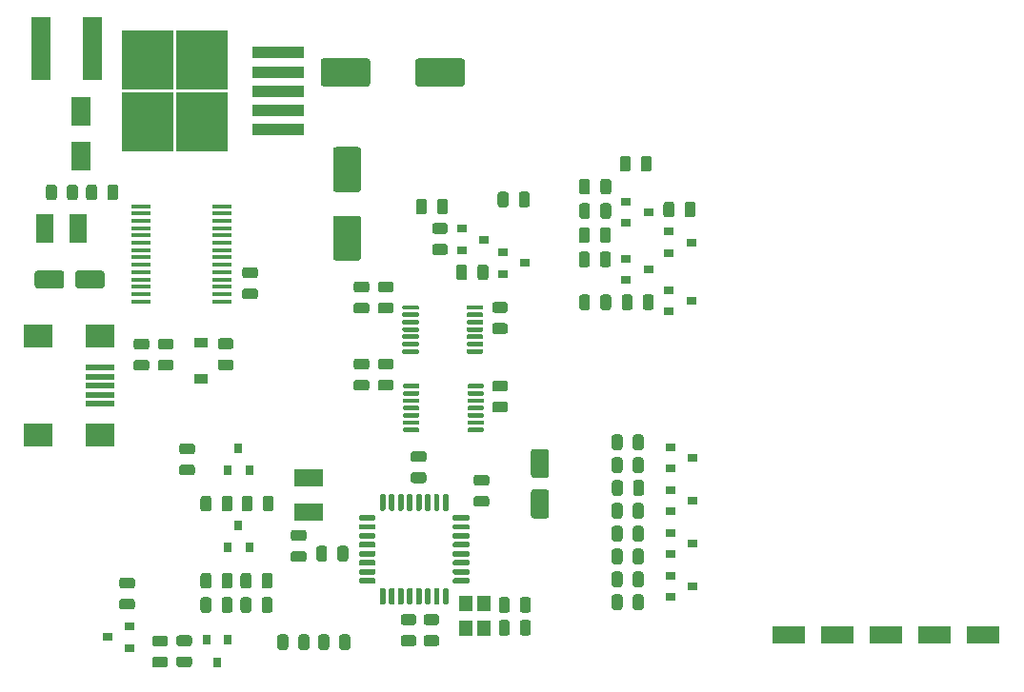
<source format=gbr>
%TF.GenerationSoftware,KiCad,Pcbnew,(5.1.6)-1*%
%TF.CreationDate,2021-03-15T19:33:02-07:00*%
%TF.ProjectId,DJetECUTester,444a6574-4543-4555-9465-737465722e6b,rev?*%
%TF.SameCoordinates,Original*%
%TF.FileFunction,Paste,Top*%
%TF.FilePolarity,Positive*%
%FSLAX46Y46*%
G04 Gerber Fmt 4.6, Leading zero omitted, Abs format (unit mm)*
G04 Created by KiCad (PCBNEW (5.1.6)-1) date 2021-03-15 19:33:02*
%MOMM*%
%LPD*%
G01*
G04 APERTURE LIST*
%ADD10R,3.000000X1.500000*%
%ADD11R,1.200000X1.400000*%
%ADD12R,0.800000X0.900000*%
%ADD13R,0.900000X0.800000*%
%ADD14R,2.600000X1.500000*%
%ADD15R,1.800000X2.500000*%
%ADD16R,1.500000X2.600000*%
%ADD17R,1.220000X0.910000*%
%ADD18R,2.500000X2.000000*%
%ADD19R,2.500000X0.500000*%
%ADD20R,1.800000X5.700000*%
%ADD21R,4.600000X1.100000*%
%ADD22R,4.550000X5.250000*%
%ADD23R,1.750000X0.450000*%
G04 APERTURE END LIST*
D10*
%TO.C,TP8*%
X257175000Y-122682000D03*
%TD*%
D11*
%TO.C,Y1*%
X217119000Y-119888000D03*
X217119000Y-122088000D03*
X215519000Y-119888000D03*
X215519000Y-122088000D03*
%TD*%
%TO.C,R37*%
G36*
G01*
X190297750Y-107511000D02*
X191210250Y-107511000D01*
G75*
G02*
X191454000Y-107754750I0J-243750D01*
G01*
X191454000Y-108242250D01*
G75*
G02*
X191210250Y-108486000I-243750J0D01*
G01*
X190297750Y-108486000D01*
G75*
G02*
X190054000Y-108242250I0J243750D01*
G01*
X190054000Y-107754750D01*
G75*
G02*
X190297750Y-107511000I243750J0D01*
G01*
G37*
G36*
G01*
X190297750Y-105636000D02*
X191210250Y-105636000D01*
G75*
G02*
X191454000Y-105879750I0J-243750D01*
G01*
X191454000Y-106367250D01*
G75*
G02*
X191210250Y-106611000I-243750J0D01*
G01*
X190297750Y-106611000D01*
G75*
G02*
X190054000Y-106367250I0J243750D01*
G01*
X190054000Y-105879750D01*
G75*
G02*
X190297750Y-105636000I243750J0D01*
G01*
G37*
%TD*%
%TO.C,R36*%
G36*
G01*
X185876250Y-118549000D02*
X184963750Y-118549000D01*
G75*
G02*
X184720000Y-118305250I0J243750D01*
G01*
X184720000Y-117817750D01*
G75*
G02*
X184963750Y-117574000I243750J0D01*
G01*
X185876250Y-117574000D01*
G75*
G02*
X186120000Y-117817750I0J-243750D01*
G01*
X186120000Y-118305250D01*
G75*
G02*
X185876250Y-118549000I-243750J0D01*
G01*
G37*
G36*
G01*
X185876250Y-120424000D02*
X184963750Y-120424000D01*
G75*
G02*
X184720000Y-120180250I0J243750D01*
G01*
X184720000Y-119692750D01*
G75*
G02*
X184963750Y-119449000I243750J0D01*
G01*
X185876250Y-119449000D01*
G75*
G02*
X186120000Y-119692750I0J-243750D01*
G01*
X186120000Y-120180250D01*
G75*
G02*
X185876250Y-120424000I-243750J0D01*
G01*
G37*
%TD*%
%TO.C,R32*%
G36*
G01*
X193822500Y-111454250D02*
X193822500Y-110541750D01*
G75*
G02*
X194066250Y-110298000I243750J0D01*
G01*
X194553750Y-110298000D01*
G75*
G02*
X194797500Y-110541750I0J-243750D01*
G01*
X194797500Y-111454250D01*
G75*
G02*
X194553750Y-111698000I-243750J0D01*
G01*
X194066250Y-111698000D01*
G75*
G02*
X193822500Y-111454250I0J243750D01*
G01*
G37*
G36*
G01*
X191947500Y-111454250D02*
X191947500Y-110541750D01*
G75*
G02*
X192191250Y-110298000I243750J0D01*
G01*
X192678750Y-110298000D01*
G75*
G02*
X192922500Y-110541750I0J-243750D01*
G01*
X192922500Y-111454250D01*
G75*
G02*
X192678750Y-111698000I-243750J0D01*
G01*
X192191250Y-111698000D01*
G75*
G02*
X191947500Y-111454250I0J243750D01*
G01*
G37*
%TD*%
%TO.C,R31*%
G36*
G01*
X187884750Y-124607500D02*
X188797250Y-124607500D01*
G75*
G02*
X189041000Y-124851250I0J-243750D01*
G01*
X189041000Y-125338750D01*
G75*
G02*
X188797250Y-125582500I-243750J0D01*
G01*
X187884750Y-125582500D01*
G75*
G02*
X187641000Y-125338750I0J243750D01*
G01*
X187641000Y-124851250D01*
G75*
G02*
X187884750Y-124607500I243750J0D01*
G01*
G37*
G36*
G01*
X187884750Y-122732500D02*
X188797250Y-122732500D01*
G75*
G02*
X189041000Y-122976250I0J-243750D01*
G01*
X189041000Y-123463750D01*
G75*
G02*
X188797250Y-123707500I-243750J0D01*
G01*
X187884750Y-123707500D01*
G75*
G02*
X187641000Y-123463750I0J243750D01*
G01*
X187641000Y-122976250D01*
G75*
G02*
X187884750Y-122732500I243750J0D01*
G01*
G37*
%TD*%
%TO.C,R30*%
G36*
G01*
X196575500Y-110541750D02*
X196575500Y-111454250D01*
G75*
G02*
X196331750Y-111698000I-243750J0D01*
G01*
X195844250Y-111698000D01*
G75*
G02*
X195600500Y-111454250I0J243750D01*
G01*
X195600500Y-110541750D01*
G75*
G02*
X195844250Y-110298000I243750J0D01*
G01*
X196331750Y-110298000D01*
G75*
G02*
X196575500Y-110541750I0J-243750D01*
G01*
G37*
G36*
G01*
X198450500Y-110541750D02*
X198450500Y-111454250D01*
G75*
G02*
X198206750Y-111698000I-243750J0D01*
G01*
X197719250Y-111698000D01*
G75*
G02*
X197475500Y-111454250I0J243750D01*
G01*
X197475500Y-110541750D01*
G75*
G02*
X197719250Y-110298000I243750J0D01*
G01*
X198206750Y-110298000D01*
G75*
G02*
X198450500Y-110541750I0J-243750D01*
G01*
G37*
%TD*%
%TO.C,R29*%
G36*
G01*
X190043750Y-124577500D02*
X190956250Y-124577500D01*
G75*
G02*
X191200000Y-124821250I0J-243750D01*
G01*
X191200000Y-125308750D01*
G75*
G02*
X190956250Y-125552500I-243750J0D01*
G01*
X190043750Y-125552500D01*
G75*
G02*
X189800000Y-125308750I0J243750D01*
G01*
X189800000Y-124821250D01*
G75*
G02*
X190043750Y-124577500I243750J0D01*
G01*
G37*
G36*
G01*
X190043750Y-122702500D02*
X190956250Y-122702500D01*
G75*
G02*
X191200000Y-122946250I0J-243750D01*
G01*
X191200000Y-123433750D01*
G75*
G02*
X190956250Y-123677500I-243750J0D01*
G01*
X190043750Y-123677500D01*
G75*
G02*
X189800000Y-123433750I0J243750D01*
G01*
X189800000Y-122946250D01*
G75*
G02*
X190043750Y-122702500I243750J0D01*
G01*
G37*
%TD*%
D12*
%TO.C,Q14*%
X195326000Y-106061000D03*
X196276000Y-108061000D03*
X194376000Y-108061000D03*
%TD*%
D13*
%TO.C,Q13*%
X183674000Y-122870000D03*
X185674000Y-121920000D03*
X185674000Y-123820000D03*
%TD*%
%TO.C,C1*%
G36*
G01*
X222673000Y-108720000D02*
X221573000Y-108720000D01*
G75*
G02*
X221323000Y-108470000I0J250000D01*
G01*
X221323000Y-106370000D01*
G75*
G02*
X221573000Y-106120000I250000J0D01*
G01*
X222673000Y-106120000D01*
G75*
G02*
X222923000Y-106370000I0J-250000D01*
G01*
X222923000Y-108470000D01*
G75*
G02*
X222673000Y-108720000I-250000J0D01*
G01*
G37*
G36*
G01*
X222673000Y-112320000D02*
X221573000Y-112320000D01*
G75*
G02*
X221323000Y-112070000I0J250000D01*
G01*
X221323000Y-109970000D01*
G75*
G02*
X221573000Y-109720000I250000J0D01*
G01*
X222673000Y-109720000D01*
G75*
G02*
X222923000Y-109970000I0J-250000D01*
G01*
X222923000Y-112070000D01*
G75*
G02*
X222673000Y-112320000I-250000J0D01*
G01*
G37*
%TD*%
%TO.C,C2*%
G36*
G01*
X211784250Y-109169500D02*
X210871750Y-109169500D01*
G75*
G02*
X210628000Y-108925750I0J243750D01*
G01*
X210628000Y-108438250D01*
G75*
G02*
X210871750Y-108194500I243750J0D01*
G01*
X211784250Y-108194500D01*
G75*
G02*
X212028000Y-108438250I0J-243750D01*
G01*
X212028000Y-108925750D01*
G75*
G02*
X211784250Y-109169500I-243750J0D01*
G01*
G37*
G36*
G01*
X211784250Y-107294500D02*
X210871750Y-107294500D01*
G75*
G02*
X210628000Y-107050750I0J243750D01*
G01*
X210628000Y-106563250D01*
G75*
G02*
X210871750Y-106319500I243750J0D01*
G01*
X211784250Y-106319500D01*
G75*
G02*
X212028000Y-106563250I0J-243750D01*
G01*
X212028000Y-107050750D01*
G75*
G02*
X211784250Y-107294500I-243750J0D01*
G01*
G37*
%TD*%
%TO.C,C3*%
G36*
G01*
X212014750Y-122702500D02*
X212927250Y-122702500D01*
G75*
G02*
X213171000Y-122946250I0J-243750D01*
G01*
X213171000Y-123433750D01*
G75*
G02*
X212927250Y-123677500I-243750J0D01*
G01*
X212014750Y-123677500D01*
G75*
G02*
X211771000Y-123433750I0J243750D01*
G01*
X211771000Y-122946250D01*
G75*
G02*
X212014750Y-122702500I243750J0D01*
G01*
G37*
G36*
G01*
X212014750Y-120827500D02*
X212927250Y-120827500D01*
G75*
G02*
X213171000Y-121071250I0J-243750D01*
G01*
X213171000Y-121558750D01*
G75*
G02*
X212927250Y-121802500I-243750J0D01*
G01*
X212014750Y-121802500D01*
G75*
G02*
X211771000Y-121558750I0J243750D01*
G01*
X211771000Y-121071250D01*
G75*
G02*
X212014750Y-120827500I243750J0D01*
G01*
G37*
%TD*%
%TO.C,C4*%
G36*
G01*
X218460500Y-120471250D02*
X218460500Y-119558750D01*
G75*
G02*
X218704250Y-119315000I243750J0D01*
G01*
X219191750Y-119315000D01*
G75*
G02*
X219435500Y-119558750I0J-243750D01*
G01*
X219435500Y-120471250D01*
G75*
G02*
X219191750Y-120715000I-243750J0D01*
G01*
X218704250Y-120715000D01*
G75*
G02*
X218460500Y-120471250I0J243750D01*
G01*
G37*
G36*
G01*
X220335500Y-120471250D02*
X220335500Y-119558750D01*
G75*
G02*
X220579250Y-119315000I243750J0D01*
G01*
X221066750Y-119315000D01*
G75*
G02*
X221310500Y-119558750I0J-243750D01*
G01*
X221310500Y-120471250D01*
G75*
G02*
X221066750Y-120715000I-243750J0D01*
G01*
X220579250Y-120715000D01*
G75*
G02*
X220335500Y-120471250I0J243750D01*
G01*
G37*
%TD*%
%TO.C,C5*%
G36*
G01*
X221310500Y-121590750D02*
X221310500Y-122503250D01*
G75*
G02*
X221066750Y-122747000I-243750J0D01*
G01*
X220579250Y-122747000D01*
G75*
G02*
X220335500Y-122503250I0J243750D01*
G01*
X220335500Y-121590750D01*
G75*
G02*
X220579250Y-121347000I243750J0D01*
G01*
X221066750Y-121347000D01*
G75*
G02*
X221310500Y-121590750I0J-243750D01*
G01*
G37*
G36*
G01*
X219435500Y-121590750D02*
X219435500Y-122503250D01*
G75*
G02*
X219191750Y-122747000I-243750J0D01*
G01*
X218704250Y-122747000D01*
G75*
G02*
X218460500Y-122503250I0J243750D01*
G01*
X218460500Y-121590750D01*
G75*
G02*
X218704250Y-121347000I243750J0D01*
G01*
X219191750Y-121347000D01*
G75*
G02*
X219435500Y-121590750I0J-243750D01*
G01*
G37*
%TD*%
%TO.C,C6*%
G36*
G01*
X209982750Y-122702500D02*
X210895250Y-122702500D01*
G75*
G02*
X211139000Y-122946250I0J-243750D01*
G01*
X211139000Y-123433750D01*
G75*
G02*
X210895250Y-123677500I-243750J0D01*
G01*
X209982750Y-123677500D01*
G75*
G02*
X209739000Y-123433750I0J243750D01*
G01*
X209739000Y-122946250D01*
G75*
G02*
X209982750Y-122702500I243750J0D01*
G01*
G37*
G36*
G01*
X209982750Y-120827500D02*
X210895250Y-120827500D01*
G75*
G02*
X211139000Y-121071250I0J-243750D01*
G01*
X211139000Y-121558750D01*
G75*
G02*
X210895250Y-121802500I-243750J0D01*
G01*
X209982750Y-121802500D01*
G75*
G02*
X209739000Y-121558750I0J243750D01*
G01*
X209739000Y-121071250D01*
G75*
G02*
X209982750Y-120827500I243750J0D01*
G01*
G37*
%TD*%
%TO.C,C7*%
G36*
G01*
X194639250Y-97261500D02*
X193726750Y-97261500D01*
G75*
G02*
X193483000Y-97017750I0J243750D01*
G01*
X193483000Y-96530250D01*
G75*
G02*
X193726750Y-96286500I243750J0D01*
G01*
X194639250Y-96286500D01*
G75*
G02*
X194883000Y-96530250I0J-243750D01*
G01*
X194883000Y-97017750D01*
G75*
G02*
X194639250Y-97261500I-243750J0D01*
G01*
G37*
G36*
G01*
X194639250Y-99136500D02*
X193726750Y-99136500D01*
G75*
G02*
X193483000Y-98892750I0J243750D01*
G01*
X193483000Y-98405250D01*
G75*
G02*
X193726750Y-98161500I243750J0D01*
G01*
X194639250Y-98161500D01*
G75*
G02*
X194883000Y-98405250I0J-243750D01*
G01*
X194883000Y-98892750D01*
G75*
G02*
X194639250Y-99136500I-243750J0D01*
G01*
G37*
%TD*%
%TO.C,C8*%
G36*
G01*
X215433000Y-71644000D02*
X215433000Y-73644000D01*
G75*
G02*
X215183000Y-73894000I-250000J0D01*
G01*
X211283000Y-73894000D01*
G75*
G02*
X211033000Y-73644000I0J250000D01*
G01*
X211033000Y-71644000D01*
G75*
G02*
X211283000Y-71394000I250000J0D01*
G01*
X215183000Y-71394000D01*
G75*
G02*
X215433000Y-71644000I0J-250000D01*
G01*
G37*
G36*
G01*
X207033000Y-71644000D02*
X207033000Y-73644000D01*
G75*
G02*
X206783000Y-73894000I-250000J0D01*
G01*
X202883000Y-73894000D01*
G75*
G02*
X202633000Y-73644000I0J250000D01*
G01*
X202633000Y-71644000D01*
G75*
G02*
X202883000Y-71394000I250000J0D01*
G01*
X206783000Y-71394000D01*
G75*
G02*
X207033000Y-71644000I0J-250000D01*
G01*
G37*
%TD*%
%TO.C,C9*%
G36*
G01*
X184637500Y-82855750D02*
X184637500Y-83768250D01*
G75*
G02*
X184393750Y-84012000I-243750J0D01*
G01*
X183906250Y-84012000D01*
G75*
G02*
X183662500Y-83768250I0J243750D01*
G01*
X183662500Y-82855750D01*
G75*
G02*
X183906250Y-82612000I243750J0D01*
G01*
X184393750Y-82612000D01*
G75*
G02*
X184637500Y-82855750I0J-243750D01*
G01*
G37*
G36*
G01*
X182762500Y-82855750D02*
X182762500Y-83768250D01*
G75*
G02*
X182518750Y-84012000I-243750J0D01*
G01*
X182031250Y-84012000D01*
G75*
G02*
X181787500Y-83768250I0J243750D01*
G01*
X181787500Y-82855750D01*
G75*
G02*
X182031250Y-82612000I243750J0D01*
G01*
X182518750Y-82612000D01*
G75*
G02*
X182762500Y-82855750I0J-243750D01*
G01*
G37*
%TD*%
%TO.C,C10*%
G36*
G01*
X203978000Y-79276000D02*
X205978000Y-79276000D01*
G75*
G02*
X206228000Y-79526000I0J-250000D01*
G01*
X206228000Y-83026000D01*
G75*
G02*
X205978000Y-83276000I-250000J0D01*
G01*
X203978000Y-83276000D01*
G75*
G02*
X203728000Y-83026000I0J250000D01*
G01*
X203728000Y-79526000D01*
G75*
G02*
X203978000Y-79276000I250000J0D01*
G01*
G37*
G36*
G01*
X203978000Y-85376000D02*
X205978000Y-85376000D01*
G75*
G02*
X206228000Y-85626000I0J-250000D01*
G01*
X206228000Y-89126000D01*
G75*
G02*
X205978000Y-89376000I-250000J0D01*
G01*
X203978000Y-89376000D01*
G75*
G02*
X203728000Y-89126000I0J250000D01*
G01*
X203728000Y-85626000D01*
G75*
G02*
X203978000Y-85376000I250000J0D01*
G01*
G37*
%TD*%
%TO.C,C11*%
G36*
G01*
X195885750Y-91841500D02*
X196798250Y-91841500D01*
G75*
G02*
X197042000Y-92085250I0J-243750D01*
G01*
X197042000Y-92572750D01*
G75*
G02*
X196798250Y-92816500I-243750J0D01*
G01*
X195885750Y-92816500D01*
G75*
G02*
X195642000Y-92572750I0J243750D01*
G01*
X195642000Y-92085250D01*
G75*
G02*
X195885750Y-91841500I243750J0D01*
G01*
G37*
G36*
G01*
X195885750Y-89966500D02*
X196798250Y-89966500D01*
G75*
G02*
X197042000Y-90210250I0J-243750D01*
G01*
X197042000Y-90697750D01*
G75*
G02*
X196798250Y-90941500I-243750J0D01*
G01*
X195885750Y-90941500D01*
G75*
G02*
X195642000Y-90697750I0J243750D01*
G01*
X195642000Y-90210250D01*
G75*
G02*
X195885750Y-89966500I243750J0D01*
G01*
G37*
%TD*%
%TO.C,C12*%
G36*
G01*
X183418000Y-90509000D02*
X183418000Y-91609000D01*
G75*
G02*
X183168000Y-91859000I-250000J0D01*
G01*
X181068000Y-91859000D01*
G75*
G02*
X180818000Y-91609000I0J250000D01*
G01*
X180818000Y-90509000D01*
G75*
G02*
X181068000Y-90259000I250000J0D01*
G01*
X183168000Y-90259000D01*
G75*
G02*
X183418000Y-90509000I0J-250000D01*
G01*
G37*
G36*
G01*
X179818000Y-90509000D02*
X179818000Y-91609000D01*
G75*
G02*
X179568000Y-91859000I-250000J0D01*
G01*
X177468000Y-91859000D01*
G75*
G02*
X177218000Y-91609000I0J250000D01*
G01*
X177218000Y-90509000D01*
G75*
G02*
X177468000Y-90259000I250000J0D01*
G01*
X179568000Y-90259000D01*
G75*
G02*
X179818000Y-90509000I0J-250000D01*
G01*
G37*
%TD*%
%TO.C,C13*%
G36*
G01*
X188392750Y-96316500D02*
X189305250Y-96316500D01*
G75*
G02*
X189549000Y-96560250I0J-243750D01*
G01*
X189549000Y-97047750D01*
G75*
G02*
X189305250Y-97291500I-243750J0D01*
G01*
X188392750Y-97291500D01*
G75*
G02*
X188149000Y-97047750I0J243750D01*
G01*
X188149000Y-96560250D01*
G75*
G02*
X188392750Y-96316500I243750J0D01*
G01*
G37*
G36*
G01*
X188392750Y-98191500D02*
X189305250Y-98191500D01*
G75*
G02*
X189549000Y-98435250I0J-243750D01*
G01*
X189549000Y-98922750D01*
G75*
G02*
X189305250Y-99166500I-243750J0D01*
G01*
X188392750Y-99166500D01*
G75*
G02*
X188149000Y-98922750I0J243750D01*
G01*
X188149000Y-98435250D01*
G75*
G02*
X188392750Y-98191500I243750J0D01*
G01*
G37*
%TD*%
D14*
%TO.C,D1*%
X201549000Y-111712000D03*
X201549000Y-108712000D03*
%TD*%
D15*
%TO.C,D2*%
X181356000Y-76105000D03*
X181356000Y-80105000D03*
%TD*%
D16*
%TO.C,D3*%
X181102000Y-86487000D03*
X178102000Y-86487000D03*
%TD*%
D17*
%TO.C,D4*%
X192024000Y-99917000D03*
X192024000Y-96647000D03*
%TD*%
%TO.C,FB1*%
G36*
G01*
X187146250Y-99166500D02*
X186233750Y-99166500D01*
G75*
G02*
X185990000Y-98922750I0J243750D01*
G01*
X185990000Y-98435250D01*
G75*
G02*
X186233750Y-98191500I243750J0D01*
G01*
X187146250Y-98191500D01*
G75*
G02*
X187390000Y-98435250I0J-243750D01*
G01*
X187390000Y-98922750D01*
G75*
G02*
X187146250Y-99166500I-243750J0D01*
G01*
G37*
G36*
G01*
X187146250Y-97291500D02*
X186233750Y-97291500D01*
G75*
G02*
X185990000Y-97047750I0J243750D01*
G01*
X185990000Y-96560250D01*
G75*
G02*
X186233750Y-96316500I243750J0D01*
G01*
X187146250Y-96316500D01*
G75*
G02*
X187390000Y-96560250I0J-243750D01*
G01*
X187390000Y-97047750D01*
G75*
G02*
X187146250Y-97291500I-243750J0D01*
G01*
G37*
%TD*%
D18*
%TO.C,J3*%
X177546000Y-96102000D03*
X177546000Y-104902000D03*
X183046000Y-96102000D03*
X183046000Y-104902000D03*
D19*
X183046000Y-98902000D03*
X183046000Y-99702000D03*
X183046000Y-100502000D03*
X183046000Y-101302000D03*
X183046000Y-102102000D03*
%TD*%
D20*
%TO.C,L1*%
X182372000Y-70485000D03*
X177772000Y-70485000D03*
%TD*%
D13*
%TO.C,Q1*%
X233696000Y-109794000D03*
X233696000Y-111694000D03*
X235696000Y-110744000D03*
%TD*%
%TO.C,Q2*%
X233696000Y-117414000D03*
X233696000Y-119314000D03*
X235696000Y-118364000D03*
%TD*%
%TO.C,Q3*%
X233696000Y-113604000D03*
X233696000Y-115504000D03*
X235696000Y-114554000D03*
%TD*%
%TO.C,Q4*%
X235696000Y-106934000D03*
X233696000Y-107884000D03*
X233696000Y-105984000D03*
%TD*%
%TO.C,Q5*%
X233569000Y-86807000D03*
X233569000Y-88707000D03*
X235569000Y-87757000D03*
%TD*%
%TO.C,Q6*%
X231759000Y-85090000D03*
X229759000Y-86040000D03*
X229759000Y-84140000D03*
%TD*%
%TO.C,Q7*%
X229775000Y-89220000D03*
X229775000Y-91120000D03*
X231775000Y-90170000D03*
%TD*%
%TO.C,Q8*%
X233569000Y-92014000D03*
X233569000Y-93914000D03*
X235569000Y-92964000D03*
%TD*%
D12*
%TO.C,Q9*%
X193421000Y-125095000D03*
X192471000Y-123095000D03*
X194371000Y-123095000D03*
%TD*%
%TO.C,Q10*%
X195326000Y-112919000D03*
X196276000Y-114919000D03*
X194376000Y-114919000D03*
%TD*%
%TO.C,R1*%
G36*
G01*
X202234500Y-115899250D02*
X202234500Y-114986750D01*
G75*
G02*
X202478250Y-114743000I243750J0D01*
G01*
X202965750Y-114743000D01*
G75*
G02*
X203209500Y-114986750I0J-243750D01*
G01*
X203209500Y-115899250D01*
G75*
G02*
X202965750Y-116143000I-243750J0D01*
G01*
X202478250Y-116143000D01*
G75*
G02*
X202234500Y-115899250I0J243750D01*
G01*
G37*
G36*
G01*
X204109500Y-115899250D02*
X204109500Y-114986750D01*
G75*
G02*
X204353250Y-114743000I243750J0D01*
G01*
X204840750Y-114743000D01*
G75*
G02*
X205084500Y-114986750I0J-243750D01*
G01*
X205084500Y-115899250D01*
G75*
G02*
X204840750Y-116143000I-243750J0D01*
G01*
X204353250Y-116143000D01*
G75*
G02*
X204109500Y-115899250I0J243750D01*
G01*
G37*
%TD*%
%TO.C,R2*%
G36*
G01*
X216459750Y-110305000D02*
X217372250Y-110305000D01*
G75*
G02*
X217616000Y-110548750I0J-243750D01*
G01*
X217616000Y-111036250D01*
G75*
G02*
X217372250Y-111280000I-243750J0D01*
G01*
X216459750Y-111280000D01*
G75*
G02*
X216216000Y-111036250I0J243750D01*
G01*
X216216000Y-110548750D01*
G75*
G02*
X216459750Y-110305000I243750J0D01*
G01*
G37*
G36*
G01*
X216459750Y-108430000D02*
X217372250Y-108430000D01*
G75*
G02*
X217616000Y-108673750I0J-243750D01*
G01*
X217616000Y-109161250D01*
G75*
G02*
X217372250Y-109405000I-243750J0D01*
G01*
X216459750Y-109405000D01*
G75*
G02*
X216216000Y-109161250I0J243750D01*
G01*
X216216000Y-108673750D01*
G75*
G02*
X216459750Y-108430000I243750J0D01*
G01*
G37*
%TD*%
%TO.C,R3*%
G36*
G01*
X203385000Y-122860750D02*
X203385000Y-123773250D01*
G75*
G02*
X203141250Y-124017000I-243750J0D01*
G01*
X202653750Y-124017000D01*
G75*
G02*
X202410000Y-123773250I0J243750D01*
G01*
X202410000Y-122860750D01*
G75*
G02*
X202653750Y-122617000I243750J0D01*
G01*
X203141250Y-122617000D01*
G75*
G02*
X203385000Y-122860750I0J-243750D01*
G01*
G37*
G36*
G01*
X205260000Y-122860750D02*
X205260000Y-123773250D01*
G75*
G02*
X205016250Y-124017000I-243750J0D01*
G01*
X204528750Y-124017000D01*
G75*
G02*
X204285000Y-123773250I0J243750D01*
G01*
X204285000Y-122860750D01*
G75*
G02*
X204528750Y-122617000I243750J0D01*
G01*
X205016250Y-122617000D01*
G75*
G02*
X205260000Y-122860750I0J-243750D01*
G01*
G37*
%TD*%
%TO.C,R4*%
G36*
G01*
X201625500Y-122860750D02*
X201625500Y-123773250D01*
G75*
G02*
X201381750Y-124017000I-243750J0D01*
G01*
X200894250Y-124017000D01*
G75*
G02*
X200650500Y-123773250I0J243750D01*
G01*
X200650500Y-122860750D01*
G75*
G02*
X200894250Y-122617000I243750J0D01*
G01*
X201381750Y-122617000D01*
G75*
G02*
X201625500Y-122860750I0J-243750D01*
G01*
G37*
G36*
G01*
X199750500Y-122860750D02*
X199750500Y-123773250D01*
G75*
G02*
X199506750Y-124017000I-243750J0D01*
G01*
X199019250Y-124017000D01*
G75*
G02*
X198775500Y-123773250I0J243750D01*
G01*
X198775500Y-122860750D01*
G75*
G02*
X199019250Y-122617000I243750J0D01*
G01*
X199506750Y-122617000D01*
G75*
G02*
X199750500Y-122860750I0J-243750D01*
G01*
G37*
%TD*%
%TO.C,R5*%
G36*
G01*
X200203750Y-113334500D02*
X201116250Y-113334500D01*
G75*
G02*
X201360000Y-113578250I0J-243750D01*
G01*
X201360000Y-114065750D01*
G75*
G02*
X201116250Y-114309500I-243750J0D01*
G01*
X200203750Y-114309500D01*
G75*
G02*
X199960000Y-114065750I0J243750D01*
G01*
X199960000Y-113578250D01*
G75*
G02*
X200203750Y-113334500I243750J0D01*
G01*
G37*
G36*
G01*
X200203750Y-115209500D02*
X201116250Y-115209500D01*
G75*
G02*
X201360000Y-115453250I0J-243750D01*
G01*
X201360000Y-115940750D01*
G75*
G02*
X201116250Y-116184500I-243750J0D01*
G01*
X200203750Y-116184500D01*
G75*
G02*
X199960000Y-115940750I0J243750D01*
G01*
X199960000Y-115453250D01*
G75*
G02*
X200203750Y-115209500I243750J0D01*
G01*
G37*
%TD*%
%TO.C,R6*%
G36*
G01*
X179176500Y-82855750D02*
X179176500Y-83768250D01*
G75*
G02*
X178932750Y-84012000I-243750J0D01*
G01*
X178445250Y-84012000D01*
G75*
G02*
X178201500Y-83768250I0J243750D01*
G01*
X178201500Y-82855750D01*
G75*
G02*
X178445250Y-82612000I243750J0D01*
G01*
X178932750Y-82612000D01*
G75*
G02*
X179176500Y-82855750I0J-243750D01*
G01*
G37*
G36*
G01*
X181051500Y-82855750D02*
X181051500Y-83768250D01*
G75*
G02*
X180807750Y-84012000I-243750J0D01*
G01*
X180320250Y-84012000D01*
G75*
G02*
X180076500Y-83768250I0J243750D01*
G01*
X180076500Y-82855750D01*
G75*
G02*
X180320250Y-82612000I243750J0D01*
G01*
X180807750Y-82612000D01*
G75*
G02*
X181051500Y-82855750I0J-243750D01*
G01*
G37*
%TD*%
%TO.C,R7*%
G36*
G01*
X231373500Y-109144750D02*
X231373500Y-110057250D01*
G75*
G02*
X231129750Y-110301000I-243750J0D01*
G01*
X230642250Y-110301000D01*
G75*
G02*
X230398500Y-110057250I0J243750D01*
G01*
X230398500Y-109144750D01*
G75*
G02*
X230642250Y-108901000I243750J0D01*
G01*
X231129750Y-108901000D01*
G75*
G02*
X231373500Y-109144750I0J-243750D01*
G01*
G37*
G36*
G01*
X229498500Y-109144750D02*
X229498500Y-110057250D01*
G75*
G02*
X229254750Y-110301000I-243750J0D01*
G01*
X228767250Y-110301000D01*
G75*
G02*
X228523500Y-110057250I0J243750D01*
G01*
X228523500Y-109144750D01*
G75*
G02*
X228767250Y-108901000I243750J0D01*
G01*
X229254750Y-108901000D01*
G75*
G02*
X229498500Y-109144750I0J-243750D01*
G01*
G37*
%TD*%
%TO.C,R8*%
G36*
G01*
X231343500Y-117272750D02*
X231343500Y-118185250D01*
G75*
G02*
X231099750Y-118429000I-243750J0D01*
G01*
X230612250Y-118429000D01*
G75*
G02*
X230368500Y-118185250I0J243750D01*
G01*
X230368500Y-117272750D01*
G75*
G02*
X230612250Y-117029000I243750J0D01*
G01*
X231099750Y-117029000D01*
G75*
G02*
X231343500Y-117272750I0J-243750D01*
G01*
G37*
G36*
G01*
X229468500Y-117272750D02*
X229468500Y-118185250D01*
G75*
G02*
X229224750Y-118429000I-243750J0D01*
G01*
X228737250Y-118429000D01*
G75*
G02*
X228493500Y-118185250I0J243750D01*
G01*
X228493500Y-117272750D01*
G75*
G02*
X228737250Y-117029000I243750J0D01*
G01*
X229224750Y-117029000D01*
G75*
G02*
X229468500Y-117272750I0J-243750D01*
G01*
G37*
%TD*%
%TO.C,R9*%
G36*
G01*
X230368500Y-112089250D02*
X230368500Y-111176750D01*
G75*
G02*
X230612250Y-110933000I243750J0D01*
G01*
X231099750Y-110933000D01*
G75*
G02*
X231343500Y-111176750I0J-243750D01*
G01*
X231343500Y-112089250D01*
G75*
G02*
X231099750Y-112333000I-243750J0D01*
G01*
X230612250Y-112333000D01*
G75*
G02*
X230368500Y-112089250I0J243750D01*
G01*
G37*
G36*
G01*
X228493500Y-112089250D02*
X228493500Y-111176750D01*
G75*
G02*
X228737250Y-110933000I243750J0D01*
G01*
X229224750Y-110933000D01*
G75*
G02*
X229468500Y-111176750I0J-243750D01*
G01*
X229468500Y-112089250D01*
G75*
G02*
X229224750Y-112333000I-243750J0D01*
G01*
X228737250Y-112333000D01*
G75*
G02*
X228493500Y-112089250I0J243750D01*
G01*
G37*
%TD*%
%TO.C,R10*%
G36*
G01*
X231343500Y-119304750D02*
X231343500Y-120217250D01*
G75*
G02*
X231099750Y-120461000I-243750J0D01*
G01*
X230612250Y-120461000D01*
G75*
G02*
X230368500Y-120217250I0J243750D01*
G01*
X230368500Y-119304750D01*
G75*
G02*
X230612250Y-119061000I243750J0D01*
G01*
X231099750Y-119061000D01*
G75*
G02*
X231343500Y-119304750I0J-243750D01*
G01*
G37*
G36*
G01*
X229468500Y-119304750D02*
X229468500Y-120217250D01*
G75*
G02*
X229224750Y-120461000I-243750J0D01*
G01*
X228737250Y-120461000D01*
G75*
G02*
X228493500Y-120217250I0J243750D01*
G01*
X228493500Y-119304750D01*
G75*
G02*
X228737250Y-119061000I243750J0D01*
G01*
X229224750Y-119061000D01*
G75*
G02*
X229468500Y-119304750I0J-243750D01*
G01*
G37*
%TD*%
%TO.C,R11*%
G36*
G01*
X231343500Y-113208750D02*
X231343500Y-114121250D01*
G75*
G02*
X231099750Y-114365000I-243750J0D01*
G01*
X230612250Y-114365000D01*
G75*
G02*
X230368500Y-114121250I0J243750D01*
G01*
X230368500Y-113208750D01*
G75*
G02*
X230612250Y-112965000I243750J0D01*
G01*
X231099750Y-112965000D01*
G75*
G02*
X231343500Y-113208750I0J-243750D01*
G01*
G37*
G36*
G01*
X229468500Y-113208750D02*
X229468500Y-114121250D01*
G75*
G02*
X229224750Y-114365000I-243750J0D01*
G01*
X228737250Y-114365000D01*
G75*
G02*
X228493500Y-114121250I0J243750D01*
G01*
X228493500Y-113208750D01*
G75*
G02*
X228737250Y-112965000I243750J0D01*
G01*
X229224750Y-112965000D01*
G75*
G02*
X229468500Y-113208750I0J-243750D01*
G01*
G37*
%TD*%
%TO.C,R12*%
G36*
G01*
X231343500Y-105080750D02*
X231343500Y-105993250D01*
G75*
G02*
X231099750Y-106237000I-243750J0D01*
G01*
X230612250Y-106237000D01*
G75*
G02*
X230368500Y-105993250I0J243750D01*
G01*
X230368500Y-105080750D01*
G75*
G02*
X230612250Y-104837000I243750J0D01*
G01*
X231099750Y-104837000D01*
G75*
G02*
X231343500Y-105080750I0J-243750D01*
G01*
G37*
G36*
G01*
X229468500Y-105080750D02*
X229468500Y-105993250D01*
G75*
G02*
X229224750Y-106237000I-243750J0D01*
G01*
X228737250Y-106237000D01*
G75*
G02*
X228493500Y-105993250I0J243750D01*
G01*
X228493500Y-105080750D01*
G75*
G02*
X228737250Y-104837000I243750J0D01*
G01*
X229224750Y-104837000D01*
G75*
G02*
X229468500Y-105080750I0J-243750D01*
G01*
G37*
%TD*%
%TO.C,R13*%
G36*
G01*
X230368500Y-116153250D02*
X230368500Y-115240750D01*
G75*
G02*
X230612250Y-114997000I243750J0D01*
G01*
X231099750Y-114997000D01*
G75*
G02*
X231343500Y-115240750I0J-243750D01*
G01*
X231343500Y-116153250D01*
G75*
G02*
X231099750Y-116397000I-243750J0D01*
G01*
X230612250Y-116397000D01*
G75*
G02*
X230368500Y-116153250I0J243750D01*
G01*
G37*
G36*
G01*
X228493500Y-116153250D02*
X228493500Y-115240750D01*
G75*
G02*
X228737250Y-114997000I243750J0D01*
G01*
X229224750Y-114997000D01*
G75*
G02*
X229468500Y-115240750I0J-243750D01*
G01*
X229468500Y-116153250D01*
G75*
G02*
X229224750Y-116397000I-243750J0D01*
G01*
X228737250Y-116397000D01*
G75*
G02*
X228493500Y-116153250I0J243750D01*
G01*
G37*
%TD*%
%TO.C,R14*%
G36*
G01*
X230368500Y-108025250D02*
X230368500Y-107112750D01*
G75*
G02*
X230612250Y-106869000I243750J0D01*
G01*
X231099750Y-106869000D01*
G75*
G02*
X231343500Y-107112750I0J-243750D01*
G01*
X231343500Y-108025250D01*
G75*
G02*
X231099750Y-108269000I-243750J0D01*
G01*
X230612250Y-108269000D01*
G75*
G02*
X230368500Y-108025250I0J243750D01*
G01*
G37*
G36*
G01*
X228493500Y-108025250D02*
X228493500Y-107112750D01*
G75*
G02*
X228737250Y-106869000I243750J0D01*
G01*
X229224750Y-106869000D01*
G75*
G02*
X229468500Y-107112750I0J-243750D01*
G01*
X229468500Y-108025250D01*
G75*
G02*
X229224750Y-108269000I-243750J0D01*
G01*
X228737250Y-108269000D01*
G75*
G02*
X228493500Y-108025250I0J243750D01*
G01*
G37*
%TD*%
%TO.C,R15*%
G36*
G01*
X205791750Y-99969500D02*
X206704250Y-99969500D01*
G75*
G02*
X206948000Y-100213250I0J-243750D01*
G01*
X206948000Y-100700750D01*
G75*
G02*
X206704250Y-100944500I-243750J0D01*
G01*
X205791750Y-100944500D01*
G75*
G02*
X205548000Y-100700750I0J243750D01*
G01*
X205548000Y-100213250D01*
G75*
G02*
X205791750Y-99969500I243750J0D01*
G01*
G37*
G36*
G01*
X205791750Y-98094500D02*
X206704250Y-98094500D01*
G75*
G02*
X206948000Y-98338250I0J-243750D01*
G01*
X206948000Y-98825750D01*
G75*
G02*
X206704250Y-99069500I-243750J0D01*
G01*
X205791750Y-99069500D01*
G75*
G02*
X205548000Y-98825750I0J243750D01*
G01*
X205548000Y-98338250D01*
G75*
G02*
X205791750Y-98094500I243750J0D01*
G01*
G37*
%TD*%
%TO.C,R16*%
G36*
G01*
X205791750Y-91236500D02*
X206704250Y-91236500D01*
G75*
G02*
X206948000Y-91480250I0J-243750D01*
G01*
X206948000Y-91967750D01*
G75*
G02*
X206704250Y-92211500I-243750J0D01*
G01*
X205791750Y-92211500D01*
G75*
G02*
X205548000Y-91967750I0J243750D01*
G01*
X205548000Y-91480250D01*
G75*
G02*
X205791750Y-91236500I243750J0D01*
G01*
G37*
G36*
G01*
X205791750Y-93111500D02*
X206704250Y-93111500D01*
G75*
G02*
X206948000Y-93355250I0J-243750D01*
G01*
X206948000Y-93842750D01*
G75*
G02*
X206704250Y-94086500I-243750J0D01*
G01*
X205791750Y-94086500D01*
G75*
G02*
X205548000Y-93842750I0J243750D01*
G01*
X205548000Y-93355250D01*
G75*
G02*
X205791750Y-93111500I243750J0D01*
G01*
G37*
%TD*%
%TO.C,R17*%
G36*
G01*
X230182000Y-80315750D02*
X230182000Y-81228250D01*
G75*
G02*
X229938250Y-81472000I-243750J0D01*
G01*
X229450750Y-81472000D01*
G75*
G02*
X229207000Y-81228250I0J243750D01*
G01*
X229207000Y-80315750D01*
G75*
G02*
X229450750Y-80072000I243750J0D01*
G01*
X229938250Y-80072000D01*
G75*
G02*
X230182000Y-80315750I0J-243750D01*
G01*
G37*
G36*
G01*
X232057000Y-80315750D02*
X232057000Y-81228250D01*
G75*
G02*
X231813250Y-81472000I-243750J0D01*
G01*
X231325750Y-81472000D01*
G75*
G02*
X231082000Y-81228250I0J243750D01*
G01*
X231082000Y-80315750D01*
G75*
G02*
X231325750Y-80072000I243750J0D01*
G01*
X231813250Y-80072000D01*
G75*
G02*
X232057000Y-80315750I0J-243750D01*
G01*
G37*
%TD*%
%TO.C,R18*%
G36*
G01*
X227477500Y-83260250D02*
X227477500Y-82347750D01*
G75*
G02*
X227721250Y-82104000I243750J0D01*
G01*
X228208750Y-82104000D01*
G75*
G02*
X228452500Y-82347750I0J-243750D01*
G01*
X228452500Y-83260250D01*
G75*
G02*
X228208750Y-83504000I-243750J0D01*
G01*
X227721250Y-83504000D01*
G75*
G02*
X227477500Y-83260250I0J243750D01*
G01*
G37*
G36*
G01*
X225602500Y-83260250D02*
X225602500Y-82347750D01*
G75*
G02*
X225846250Y-82104000I243750J0D01*
G01*
X226333750Y-82104000D01*
G75*
G02*
X226577500Y-82347750I0J-243750D01*
G01*
X226577500Y-83260250D01*
G75*
G02*
X226333750Y-83504000I-243750J0D01*
G01*
X225846250Y-83504000D01*
G75*
G02*
X225602500Y-83260250I0J243750D01*
G01*
G37*
%TD*%
%TO.C,R19*%
G36*
G01*
X233095500Y-85292250D02*
X233095500Y-84379750D01*
G75*
G02*
X233339250Y-84136000I243750J0D01*
G01*
X233826750Y-84136000D01*
G75*
G02*
X234070500Y-84379750I0J-243750D01*
G01*
X234070500Y-85292250D01*
G75*
G02*
X233826750Y-85536000I-243750J0D01*
G01*
X233339250Y-85536000D01*
G75*
G02*
X233095500Y-85292250I0J243750D01*
G01*
G37*
G36*
G01*
X234970500Y-85292250D02*
X234970500Y-84379750D01*
G75*
G02*
X235214250Y-84136000I243750J0D01*
G01*
X235701750Y-84136000D01*
G75*
G02*
X235945500Y-84379750I0J-243750D01*
G01*
X235945500Y-85292250D01*
G75*
G02*
X235701750Y-85536000I-243750J0D01*
G01*
X235214250Y-85536000D01*
G75*
G02*
X234970500Y-85292250I0J243750D01*
G01*
G37*
%TD*%
%TO.C,R20*%
G36*
G01*
X227477500Y-85419250D02*
X227477500Y-84506750D01*
G75*
G02*
X227721250Y-84263000I243750J0D01*
G01*
X228208750Y-84263000D01*
G75*
G02*
X228452500Y-84506750I0J-243750D01*
G01*
X228452500Y-85419250D01*
G75*
G02*
X228208750Y-85663000I-243750J0D01*
G01*
X227721250Y-85663000D01*
G75*
G02*
X227477500Y-85419250I0J243750D01*
G01*
G37*
G36*
G01*
X225602500Y-85419250D02*
X225602500Y-84506750D01*
G75*
G02*
X225846250Y-84263000I243750J0D01*
G01*
X226333750Y-84263000D01*
G75*
G02*
X226577500Y-84506750I0J-243750D01*
G01*
X226577500Y-85419250D01*
G75*
G02*
X226333750Y-85663000I-243750J0D01*
G01*
X225846250Y-85663000D01*
G75*
G02*
X225602500Y-85419250I0J243750D01*
G01*
G37*
%TD*%
%TO.C,R21*%
G36*
G01*
X228422500Y-86665750D02*
X228422500Y-87578250D01*
G75*
G02*
X228178750Y-87822000I-243750J0D01*
G01*
X227691250Y-87822000D01*
G75*
G02*
X227447500Y-87578250I0J243750D01*
G01*
X227447500Y-86665750D01*
G75*
G02*
X227691250Y-86422000I243750J0D01*
G01*
X228178750Y-86422000D01*
G75*
G02*
X228422500Y-86665750I0J-243750D01*
G01*
G37*
G36*
G01*
X226547500Y-86665750D02*
X226547500Y-87578250D01*
G75*
G02*
X226303750Y-87822000I-243750J0D01*
G01*
X225816250Y-87822000D01*
G75*
G02*
X225572500Y-87578250I0J243750D01*
G01*
X225572500Y-86665750D01*
G75*
G02*
X225816250Y-86422000I243750J0D01*
G01*
X226303750Y-86422000D01*
G75*
G02*
X226547500Y-86665750I0J-243750D01*
G01*
G37*
%TD*%
%TO.C,R22*%
G36*
G01*
X230357500Y-92634750D02*
X230357500Y-93547250D01*
G75*
G02*
X230113750Y-93791000I-243750J0D01*
G01*
X229626250Y-93791000D01*
G75*
G02*
X229382500Y-93547250I0J243750D01*
G01*
X229382500Y-92634750D01*
G75*
G02*
X229626250Y-92391000I243750J0D01*
G01*
X230113750Y-92391000D01*
G75*
G02*
X230357500Y-92634750I0J-243750D01*
G01*
G37*
G36*
G01*
X232232500Y-92634750D02*
X232232500Y-93547250D01*
G75*
G02*
X231988750Y-93791000I-243750J0D01*
G01*
X231501250Y-93791000D01*
G75*
G02*
X231257500Y-93547250I0J243750D01*
G01*
X231257500Y-92634750D01*
G75*
G02*
X231501250Y-92391000I243750J0D01*
G01*
X231988750Y-92391000D01*
G75*
G02*
X232232500Y-92634750I0J-243750D01*
G01*
G37*
%TD*%
%TO.C,R23*%
G36*
G01*
X226547500Y-88824750D02*
X226547500Y-89737250D01*
G75*
G02*
X226303750Y-89981000I-243750J0D01*
G01*
X225816250Y-89981000D01*
G75*
G02*
X225572500Y-89737250I0J243750D01*
G01*
X225572500Y-88824750D01*
G75*
G02*
X225816250Y-88581000I243750J0D01*
G01*
X226303750Y-88581000D01*
G75*
G02*
X226547500Y-88824750I0J-243750D01*
G01*
G37*
G36*
G01*
X228422500Y-88824750D02*
X228422500Y-89737250D01*
G75*
G02*
X228178750Y-89981000I-243750J0D01*
G01*
X227691250Y-89981000D01*
G75*
G02*
X227447500Y-89737250I0J243750D01*
G01*
X227447500Y-88824750D01*
G75*
G02*
X227691250Y-88581000I243750J0D01*
G01*
X228178750Y-88581000D01*
G75*
G02*
X228422500Y-88824750I0J-243750D01*
G01*
G37*
%TD*%
%TO.C,R24*%
G36*
G01*
X226577500Y-92634750D02*
X226577500Y-93547250D01*
G75*
G02*
X226333750Y-93791000I-243750J0D01*
G01*
X225846250Y-93791000D01*
G75*
G02*
X225602500Y-93547250I0J243750D01*
G01*
X225602500Y-92634750D01*
G75*
G02*
X225846250Y-92391000I243750J0D01*
G01*
X226333750Y-92391000D01*
G75*
G02*
X226577500Y-92634750I0J-243750D01*
G01*
G37*
G36*
G01*
X228452500Y-92634750D02*
X228452500Y-93547250D01*
G75*
G02*
X228208750Y-93791000I-243750J0D01*
G01*
X227721250Y-93791000D01*
G75*
G02*
X227477500Y-93547250I0J243750D01*
G01*
X227477500Y-92634750D01*
G75*
G02*
X227721250Y-92391000I243750J0D01*
G01*
X228208750Y-92391000D01*
G75*
G02*
X228452500Y-92634750I0J-243750D01*
G01*
G37*
%TD*%
%TO.C,R25*%
G36*
G01*
X195503500Y-120471250D02*
X195503500Y-119558750D01*
G75*
G02*
X195747250Y-119315000I243750J0D01*
G01*
X196234750Y-119315000D01*
G75*
G02*
X196478500Y-119558750I0J-243750D01*
G01*
X196478500Y-120471250D01*
G75*
G02*
X196234750Y-120715000I-243750J0D01*
G01*
X195747250Y-120715000D01*
G75*
G02*
X195503500Y-120471250I0J243750D01*
G01*
G37*
G36*
G01*
X197378500Y-120471250D02*
X197378500Y-119558750D01*
G75*
G02*
X197622250Y-119315000I243750J0D01*
G01*
X198109750Y-119315000D01*
G75*
G02*
X198353500Y-119558750I0J-243750D01*
G01*
X198353500Y-120471250D01*
G75*
G02*
X198109750Y-120715000I-243750J0D01*
G01*
X197622250Y-120715000D01*
G75*
G02*
X197378500Y-120471250I0J243750D01*
G01*
G37*
%TD*%
%TO.C,R26*%
G36*
G01*
X195503500Y-118312250D02*
X195503500Y-117399750D01*
G75*
G02*
X195747250Y-117156000I243750J0D01*
G01*
X196234750Y-117156000D01*
G75*
G02*
X196478500Y-117399750I0J-243750D01*
G01*
X196478500Y-118312250D01*
G75*
G02*
X196234750Y-118556000I-243750J0D01*
G01*
X195747250Y-118556000D01*
G75*
G02*
X195503500Y-118312250I0J243750D01*
G01*
G37*
G36*
G01*
X197378500Y-118312250D02*
X197378500Y-117399750D01*
G75*
G02*
X197622250Y-117156000I243750J0D01*
G01*
X198109750Y-117156000D01*
G75*
G02*
X198353500Y-117399750I0J-243750D01*
G01*
X198353500Y-118312250D01*
G75*
G02*
X198109750Y-118556000I-243750J0D01*
G01*
X197622250Y-118556000D01*
G75*
G02*
X197378500Y-118312250I0J243750D01*
G01*
G37*
%TD*%
%TO.C,R27*%
G36*
G01*
X194797500Y-119558750D02*
X194797500Y-120471250D01*
G75*
G02*
X194553750Y-120715000I-243750J0D01*
G01*
X194066250Y-120715000D01*
G75*
G02*
X193822500Y-120471250I0J243750D01*
G01*
X193822500Y-119558750D01*
G75*
G02*
X194066250Y-119315000I243750J0D01*
G01*
X194553750Y-119315000D01*
G75*
G02*
X194797500Y-119558750I0J-243750D01*
G01*
G37*
G36*
G01*
X192922500Y-119558750D02*
X192922500Y-120471250D01*
G75*
G02*
X192678750Y-120715000I-243750J0D01*
G01*
X192191250Y-120715000D01*
G75*
G02*
X191947500Y-120471250I0J243750D01*
G01*
X191947500Y-119558750D01*
G75*
G02*
X192191250Y-119315000I243750J0D01*
G01*
X192678750Y-119315000D01*
G75*
G02*
X192922500Y-119558750I0J-243750D01*
G01*
G37*
%TD*%
%TO.C,R28*%
G36*
G01*
X194797500Y-117399750D02*
X194797500Y-118312250D01*
G75*
G02*
X194553750Y-118556000I-243750J0D01*
G01*
X194066250Y-118556000D01*
G75*
G02*
X193822500Y-118312250I0J243750D01*
G01*
X193822500Y-117399750D01*
G75*
G02*
X194066250Y-117156000I243750J0D01*
G01*
X194553750Y-117156000D01*
G75*
G02*
X194797500Y-117399750I0J-243750D01*
G01*
G37*
G36*
G01*
X192922500Y-117399750D02*
X192922500Y-118312250D01*
G75*
G02*
X192678750Y-118556000I-243750J0D01*
G01*
X192191250Y-118556000D01*
G75*
G02*
X191947500Y-118312250I0J243750D01*
G01*
X191947500Y-117399750D01*
G75*
G02*
X192191250Y-117156000I243750J0D01*
G01*
X192678750Y-117156000D01*
G75*
G02*
X192922500Y-117399750I0J-243750D01*
G01*
G37*
%TD*%
D10*
%TO.C,TP5*%
X244221000Y-122682000D03*
%TD*%
%TO.C,TP6*%
X248539000Y-122682000D03*
%TD*%
%TO.C,TP7*%
X252857000Y-122682000D03*
%TD*%
%TO.C,TP9*%
X261493000Y-122682000D03*
%TD*%
%TO.C,U1*%
G36*
G01*
X208272000Y-119987000D02*
X208022000Y-119987000D01*
G75*
G02*
X207897000Y-119862000I0J125000D01*
G01*
X207897000Y-118612000D01*
G75*
G02*
X208022000Y-118487000I125000J0D01*
G01*
X208272000Y-118487000D01*
G75*
G02*
X208397000Y-118612000I0J-125000D01*
G01*
X208397000Y-119862000D01*
G75*
G02*
X208272000Y-119987000I-125000J0D01*
G01*
G37*
G36*
G01*
X209072000Y-119987000D02*
X208822000Y-119987000D01*
G75*
G02*
X208697000Y-119862000I0J125000D01*
G01*
X208697000Y-118612000D01*
G75*
G02*
X208822000Y-118487000I125000J0D01*
G01*
X209072000Y-118487000D01*
G75*
G02*
X209197000Y-118612000I0J-125000D01*
G01*
X209197000Y-119862000D01*
G75*
G02*
X209072000Y-119987000I-125000J0D01*
G01*
G37*
G36*
G01*
X209872000Y-119987000D02*
X209622000Y-119987000D01*
G75*
G02*
X209497000Y-119862000I0J125000D01*
G01*
X209497000Y-118612000D01*
G75*
G02*
X209622000Y-118487000I125000J0D01*
G01*
X209872000Y-118487000D01*
G75*
G02*
X209997000Y-118612000I0J-125000D01*
G01*
X209997000Y-119862000D01*
G75*
G02*
X209872000Y-119987000I-125000J0D01*
G01*
G37*
G36*
G01*
X210672000Y-119987000D02*
X210422000Y-119987000D01*
G75*
G02*
X210297000Y-119862000I0J125000D01*
G01*
X210297000Y-118612000D01*
G75*
G02*
X210422000Y-118487000I125000J0D01*
G01*
X210672000Y-118487000D01*
G75*
G02*
X210797000Y-118612000I0J-125000D01*
G01*
X210797000Y-119862000D01*
G75*
G02*
X210672000Y-119987000I-125000J0D01*
G01*
G37*
G36*
G01*
X211472000Y-119987000D02*
X211222000Y-119987000D01*
G75*
G02*
X211097000Y-119862000I0J125000D01*
G01*
X211097000Y-118612000D01*
G75*
G02*
X211222000Y-118487000I125000J0D01*
G01*
X211472000Y-118487000D01*
G75*
G02*
X211597000Y-118612000I0J-125000D01*
G01*
X211597000Y-119862000D01*
G75*
G02*
X211472000Y-119987000I-125000J0D01*
G01*
G37*
G36*
G01*
X212272000Y-119987000D02*
X212022000Y-119987000D01*
G75*
G02*
X211897000Y-119862000I0J125000D01*
G01*
X211897000Y-118612000D01*
G75*
G02*
X212022000Y-118487000I125000J0D01*
G01*
X212272000Y-118487000D01*
G75*
G02*
X212397000Y-118612000I0J-125000D01*
G01*
X212397000Y-119862000D01*
G75*
G02*
X212272000Y-119987000I-125000J0D01*
G01*
G37*
G36*
G01*
X213072000Y-119987000D02*
X212822000Y-119987000D01*
G75*
G02*
X212697000Y-119862000I0J125000D01*
G01*
X212697000Y-118612000D01*
G75*
G02*
X212822000Y-118487000I125000J0D01*
G01*
X213072000Y-118487000D01*
G75*
G02*
X213197000Y-118612000I0J-125000D01*
G01*
X213197000Y-119862000D01*
G75*
G02*
X213072000Y-119987000I-125000J0D01*
G01*
G37*
G36*
G01*
X213872000Y-119987000D02*
X213622000Y-119987000D01*
G75*
G02*
X213497000Y-119862000I0J125000D01*
G01*
X213497000Y-118612000D01*
G75*
G02*
X213622000Y-118487000I125000J0D01*
G01*
X213872000Y-118487000D01*
G75*
G02*
X213997000Y-118612000I0J-125000D01*
G01*
X213997000Y-119862000D01*
G75*
G02*
X213872000Y-119987000I-125000J0D01*
G01*
G37*
G36*
G01*
X215747000Y-118112000D02*
X214497000Y-118112000D01*
G75*
G02*
X214372000Y-117987000I0J125000D01*
G01*
X214372000Y-117737000D01*
G75*
G02*
X214497000Y-117612000I125000J0D01*
G01*
X215747000Y-117612000D01*
G75*
G02*
X215872000Y-117737000I0J-125000D01*
G01*
X215872000Y-117987000D01*
G75*
G02*
X215747000Y-118112000I-125000J0D01*
G01*
G37*
G36*
G01*
X215747000Y-117312000D02*
X214497000Y-117312000D01*
G75*
G02*
X214372000Y-117187000I0J125000D01*
G01*
X214372000Y-116937000D01*
G75*
G02*
X214497000Y-116812000I125000J0D01*
G01*
X215747000Y-116812000D01*
G75*
G02*
X215872000Y-116937000I0J-125000D01*
G01*
X215872000Y-117187000D01*
G75*
G02*
X215747000Y-117312000I-125000J0D01*
G01*
G37*
G36*
G01*
X215747000Y-116512000D02*
X214497000Y-116512000D01*
G75*
G02*
X214372000Y-116387000I0J125000D01*
G01*
X214372000Y-116137000D01*
G75*
G02*
X214497000Y-116012000I125000J0D01*
G01*
X215747000Y-116012000D01*
G75*
G02*
X215872000Y-116137000I0J-125000D01*
G01*
X215872000Y-116387000D01*
G75*
G02*
X215747000Y-116512000I-125000J0D01*
G01*
G37*
G36*
G01*
X215747000Y-115712000D02*
X214497000Y-115712000D01*
G75*
G02*
X214372000Y-115587000I0J125000D01*
G01*
X214372000Y-115337000D01*
G75*
G02*
X214497000Y-115212000I125000J0D01*
G01*
X215747000Y-115212000D01*
G75*
G02*
X215872000Y-115337000I0J-125000D01*
G01*
X215872000Y-115587000D01*
G75*
G02*
X215747000Y-115712000I-125000J0D01*
G01*
G37*
G36*
G01*
X215747000Y-114912000D02*
X214497000Y-114912000D01*
G75*
G02*
X214372000Y-114787000I0J125000D01*
G01*
X214372000Y-114537000D01*
G75*
G02*
X214497000Y-114412000I125000J0D01*
G01*
X215747000Y-114412000D01*
G75*
G02*
X215872000Y-114537000I0J-125000D01*
G01*
X215872000Y-114787000D01*
G75*
G02*
X215747000Y-114912000I-125000J0D01*
G01*
G37*
G36*
G01*
X215747000Y-114112000D02*
X214497000Y-114112000D01*
G75*
G02*
X214372000Y-113987000I0J125000D01*
G01*
X214372000Y-113737000D01*
G75*
G02*
X214497000Y-113612000I125000J0D01*
G01*
X215747000Y-113612000D01*
G75*
G02*
X215872000Y-113737000I0J-125000D01*
G01*
X215872000Y-113987000D01*
G75*
G02*
X215747000Y-114112000I-125000J0D01*
G01*
G37*
G36*
G01*
X215747000Y-113312000D02*
X214497000Y-113312000D01*
G75*
G02*
X214372000Y-113187000I0J125000D01*
G01*
X214372000Y-112937000D01*
G75*
G02*
X214497000Y-112812000I125000J0D01*
G01*
X215747000Y-112812000D01*
G75*
G02*
X215872000Y-112937000I0J-125000D01*
G01*
X215872000Y-113187000D01*
G75*
G02*
X215747000Y-113312000I-125000J0D01*
G01*
G37*
G36*
G01*
X215747000Y-112512000D02*
X214497000Y-112512000D01*
G75*
G02*
X214372000Y-112387000I0J125000D01*
G01*
X214372000Y-112137000D01*
G75*
G02*
X214497000Y-112012000I125000J0D01*
G01*
X215747000Y-112012000D01*
G75*
G02*
X215872000Y-112137000I0J-125000D01*
G01*
X215872000Y-112387000D01*
G75*
G02*
X215747000Y-112512000I-125000J0D01*
G01*
G37*
G36*
G01*
X213872000Y-111637000D02*
X213622000Y-111637000D01*
G75*
G02*
X213497000Y-111512000I0J125000D01*
G01*
X213497000Y-110262000D01*
G75*
G02*
X213622000Y-110137000I125000J0D01*
G01*
X213872000Y-110137000D01*
G75*
G02*
X213997000Y-110262000I0J-125000D01*
G01*
X213997000Y-111512000D01*
G75*
G02*
X213872000Y-111637000I-125000J0D01*
G01*
G37*
G36*
G01*
X213072000Y-111637000D02*
X212822000Y-111637000D01*
G75*
G02*
X212697000Y-111512000I0J125000D01*
G01*
X212697000Y-110262000D01*
G75*
G02*
X212822000Y-110137000I125000J0D01*
G01*
X213072000Y-110137000D01*
G75*
G02*
X213197000Y-110262000I0J-125000D01*
G01*
X213197000Y-111512000D01*
G75*
G02*
X213072000Y-111637000I-125000J0D01*
G01*
G37*
G36*
G01*
X212272000Y-111637000D02*
X212022000Y-111637000D01*
G75*
G02*
X211897000Y-111512000I0J125000D01*
G01*
X211897000Y-110262000D01*
G75*
G02*
X212022000Y-110137000I125000J0D01*
G01*
X212272000Y-110137000D01*
G75*
G02*
X212397000Y-110262000I0J-125000D01*
G01*
X212397000Y-111512000D01*
G75*
G02*
X212272000Y-111637000I-125000J0D01*
G01*
G37*
G36*
G01*
X211472000Y-111637000D02*
X211222000Y-111637000D01*
G75*
G02*
X211097000Y-111512000I0J125000D01*
G01*
X211097000Y-110262000D01*
G75*
G02*
X211222000Y-110137000I125000J0D01*
G01*
X211472000Y-110137000D01*
G75*
G02*
X211597000Y-110262000I0J-125000D01*
G01*
X211597000Y-111512000D01*
G75*
G02*
X211472000Y-111637000I-125000J0D01*
G01*
G37*
G36*
G01*
X210672000Y-111637000D02*
X210422000Y-111637000D01*
G75*
G02*
X210297000Y-111512000I0J125000D01*
G01*
X210297000Y-110262000D01*
G75*
G02*
X210422000Y-110137000I125000J0D01*
G01*
X210672000Y-110137000D01*
G75*
G02*
X210797000Y-110262000I0J-125000D01*
G01*
X210797000Y-111512000D01*
G75*
G02*
X210672000Y-111637000I-125000J0D01*
G01*
G37*
G36*
G01*
X209872000Y-111637000D02*
X209622000Y-111637000D01*
G75*
G02*
X209497000Y-111512000I0J125000D01*
G01*
X209497000Y-110262000D01*
G75*
G02*
X209622000Y-110137000I125000J0D01*
G01*
X209872000Y-110137000D01*
G75*
G02*
X209997000Y-110262000I0J-125000D01*
G01*
X209997000Y-111512000D01*
G75*
G02*
X209872000Y-111637000I-125000J0D01*
G01*
G37*
G36*
G01*
X209072000Y-111637000D02*
X208822000Y-111637000D01*
G75*
G02*
X208697000Y-111512000I0J125000D01*
G01*
X208697000Y-110262000D01*
G75*
G02*
X208822000Y-110137000I125000J0D01*
G01*
X209072000Y-110137000D01*
G75*
G02*
X209197000Y-110262000I0J-125000D01*
G01*
X209197000Y-111512000D01*
G75*
G02*
X209072000Y-111637000I-125000J0D01*
G01*
G37*
G36*
G01*
X208272000Y-111637000D02*
X208022000Y-111637000D01*
G75*
G02*
X207897000Y-111512000I0J125000D01*
G01*
X207897000Y-110262000D01*
G75*
G02*
X208022000Y-110137000I125000J0D01*
G01*
X208272000Y-110137000D01*
G75*
G02*
X208397000Y-110262000I0J-125000D01*
G01*
X208397000Y-111512000D01*
G75*
G02*
X208272000Y-111637000I-125000J0D01*
G01*
G37*
G36*
G01*
X207397000Y-112512000D02*
X206147000Y-112512000D01*
G75*
G02*
X206022000Y-112387000I0J125000D01*
G01*
X206022000Y-112137000D01*
G75*
G02*
X206147000Y-112012000I125000J0D01*
G01*
X207397000Y-112012000D01*
G75*
G02*
X207522000Y-112137000I0J-125000D01*
G01*
X207522000Y-112387000D01*
G75*
G02*
X207397000Y-112512000I-125000J0D01*
G01*
G37*
G36*
G01*
X207397000Y-113312000D02*
X206147000Y-113312000D01*
G75*
G02*
X206022000Y-113187000I0J125000D01*
G01*
X206022000Y-112937000D01*
G75*
G02*
X206147000Y-112812000I125000J0D01*
G01*
X207397000Y-112812000D01*
G75*
G02*
X207522000Y-112937000I0J-125000D01*
G01*
X207522000Y-113187000D01*
G75*
G02*
X207397000Y-113312000I-125000J0D01*
G01*
G37*
G36*
G01*
X207397000Y-114112000D02*
X206147000Y-114112000D01*
G75*
G02*
X206022000Y-113987000I0J125000D01*
G01*
X206022000Y-113737000D01*
G75*
G02*
X206147000Y-113612000I125000J0D01*
G01*
X207397000Y-113612000D01*
G75*
G02*
X207522000Y-113737000I0J-125000D01*
G01*
X207522000Y-113987000D01*
G75*
G02*
X207397000Y-114112000I-125000J0D01*
G01*
G37*
G36*
G01*
X207397000Y-114912000D02*
X206147000Y-114912000D01*
G75*
G02*
X206022000Y-114787000I0J125000D01*
G01*
X206022000Y-114537000D01*
G75*
G02*
X206147000Y-114412000I125000J0D01*
G01*
X207397000Y-114412000D01*
G75*
G02*
X207522000Y-114537000I0J-125000D01*
G01*
X207522000Y-114787000D01*
G75*
G02*
X207397000Y-114912000I-125000J0D01*
G01*
G37*
G36*
G01*
X207397000Y-115712000D02*
X206147000Y-115712000D01*
G75*
G02*
X206022000Y-115587000I0J125000D01*
G01*
X206022000Y-115337000D01*
G75*
G02*
X206147000Y-115212000I125000J0D01*
G01*
X207397000Y-115212000D01*
G75*
G02*
X207522000Y-115337000I0J-125000D01*
G01*
X207522000Y-115587000D01*
G75*
G02*
X207397000Y-115712000I-125000J0D01*
G01*
G37*
G36*
G01*
X207397000Y-116512000D02*
X206147000Y-116512000D01*
G75*
G02*
X206022000Y-116387000I0J125000D01*
G01*
X206022000Y-116137000D01*
G75*
G02*
X206147000Y-116012000I125000J0D01*
G01*
X207397000Y-116012000D01*
G75*
G02*
X207522000Y-116137000I0J-125000D01*
G01*
X207522000Y-116387000D01*
G75*
G02*
X207397000Y-116512000I-125000J0D01*
G01*
G37*
G36*
G01*
X207397000Y-117312000D02*
X206147000Y-117312000D01*
G75*
G02*
X206022000Y-117187000I0J125000D01*
G01*
X206022000Y-116937000D01*
G75*
G02*
X206147000Y-116812000I125000J0D01*
G01*
X207397000Y-116812000D01*
G75*
G02*
X207522000Y-116937000I0J-125000D01*
G01*
X207522000Y-117187000D01*
G75*
G02*
X207397000Y-117312000I-125000J0D01*
G01*
G37*
G36*
G01*
X207397000Y-118112000D02*
X206147000Y-118112000D01*
G75*
G02*
X206022000Y-117987000I0J125000D01*
G01*
X206022000Y-117737000D01*
G75*
G02*
X206147000Y-117612000I125000J0D01*
G01*
X207397000Y-117612000D01*
G75*
G02*
X207522000Y-117737000I0J-125000D01*
G01*
X207522000Y-117987000D01*
G75*
G02*
X207397000Y-118112000I-125000J0D01*
G01*
G37*
%TD*%
D21*
%TO.C,U2*%
X198815000Y-77695000D03*
X198815000Y-75995000D03*
X198815000Y-74295000D03*
X198815000Y-72595000D03*
X198815000Y-70895000D03*
D22*
X187240000Y-71520000D03*
X192090000Y-77070000D03*
X187240000Y-77070000D03*
X192090000Y-71520000D03*
%TD*%
D23*
%TO.C,U3*%
X193846000Y-92998000D03*
X193846000Y-92348000D03*
X193846000Y-91698000D03*
X193846000Y-91048000D03*
X193846000Y-90398000D03*
X193846000Y-89748000D03*
X193846000Y-89098000D03*
X193846000Y-88448000D03*
X193846000Y-87798000D03*
X193846000Y-87148000D03*
X193846000Y-86498000D03*
X193846000Y-85848000D03*
X193846000Y-85198000D03*
X193846000Y-84548000D03*
X186646000Y-84548000D03*
X186646000Y-85198000D03*
X186646000Y-85848000D03*
X186646000Y-86498000D03*
X186646000Y-87148000D03*
X186646000Y-87798000D03*
X186646000Y-88448000D03*
X186646000Y-89098000D03*
X186646000Y-89748000D03*
X186646000Y-90398000D03*
X186646000Y-91048000D03*
X186646000Y-91698000D03*
X186646000Y-92348000D03*
X186646000Y-92998000D03*
%TD*%
%TO.C,U4*%
G36*
G01*
X215670500Y-100639000D02*
X215670500Y-100439000D01*
G75*
G02*
X215770500Y-100339000I100000J0D01*
G01*
X217045500Y-100339000D01*
G75*
G02*
X217145500Y-100439000I0J-100000D01*
G01*
X217145500Y-100639000D01*
G75*
G02*
X217045500Y-100739000I-100000J0D01*
G01*
X215770500Y-100739000D01*
G75*
G02*
X215670500Y-100639000I0J100000D01*
G01*
G37*
G36*
G01*
X215670500Y-101289000D02*
X215670500Y-101089000D01*
G75*
G02*
X215770500Y-100989000I100000J0D01*
G01*
X217045500Y-100989000D01*
G75*
G02*
X217145500Y-101089000I0J-100000D01*
G01*
X217145500Y-101289000D01*
G75*
G02*
X217045500Y-101389000I-100000J0D01*
G01*
X215770500Y-101389000D01*
G75*
G02*
X215670500Y-101289000I0J100000D01*
G01*
G37*
G36*
G01*
X215670500Y-101939000D02*
X215670500Y-101739000D01*
G75*
G02*
X215770500Y-101639000I100000J0D01*
G01*
X217045500Y-101639000D01*
G75*
G02*
X217145500Y-101739000I0J-100000D01*
G01*
X217145500Y-101939000D01*
G75*
G02*
X217045500Y-102039000I-100000J0D01*
G01*
X215770500Y-102039000D01*
G75*
G02*
X215670500Y-101939000I0J100000D01*
G01*
G37*
G36*
G01*
X215670500Y-102589000D02*
X215670500Y-102389000D01*
G75*
G02*
X215770500Y-102289000I100000J0D01*
G01*
X217045500Y-102289000D01*
G75*
G02*
X217145500Y-102389000I0J-100000D01*
G01*
X217145500Y-102589000D01*
G75*
G02*
X217045500Y-102689000I-100000J0D01*
G01*
X215770500Y-102689000D01*
G75*
G02*
X215670500Y-102589000I0J100000D01*
G01*
G37*
G36*
G01*
X215670500Y-103239000D02*
X215670500Y-103039000D01*
G75*
G02*
X215770500Y-102939000I100000J0D01*
G01*
X217045500Y-102939000D01*
G75*
G02*
X217145500Y-103039000I0J-100000D01*
G01*
X217145500Y-103239000D01*
G75*
G02*
X217045500Y-103339000I-100000J0D01*
G01*
X215770500Y-103339000D01*
G75*
G02*
X215670500Y-103239000I0J100000D01*
G01*
G37*
G36*
G01*
X215670500Y-103889000D02*
X215670500Y-103689000D01*
G75*
G02*
X215770500Y-103589000I100000J0D01*
G01*
X217045500Y-103589000D01*
G75*
G02*
X217145500Y-103689000I0J-100000D01*
G01*
X217145500Y-103889000D01*
G75*
G02*
X217045500Y-103989000I-100000J0D01*
G01*
X215770500Y-103989000D01*
G75*
G02*
X215670500Y-103889000I0J100000D01*
G01*
G37*
G36*
G01*
X215670500Y-104539000D02*
X215670500Y-104339000D01*
G75*
G02*
X215770500Y-104239000I100000J0D01*
G01*
X217045500Y-104239000D01*
G75*
G02*
X217145500Y-104339000I0J-100000D01*
G01*
X217145500Y-104539000D01*
G75*
G02*
X217045500Y-104639000I-100000J0D01*
G01*
X215770500Y-104639000D01*
G75*
G02*
X215670500Y-104539000I0J100000D01*
G01*
G37*
G36*
G01*
X209945500Y-104539000D02*
X209945500Y-104339000D01*
G75*
G02*
X210045500Y-104239000I100000J0D01*
G01*
X211320500Y-104239000D01*
G75*
G02*
X211420500Y-104339000I0J-100000D01*
G01*
X211420500Y-104539000D01*
G75*
G02*
X211320500Y-104639000I-100000J0D01*
G01*
X210045500Y-104639000D01*
G75*
G02*
X209945500Y-104539000I0J100000D01*
G01*
G37*
G36*
G01*
X209945500Y-103889000D02*
X209945500Y-103689000D01*
G75*
G02*
X210045500Y-103589000I100000J0D01*
G01*
X211320500Y-103589000D01*
G75*
G02*
X211420500Y-103689000I0J-100000D01*
G01*
X211420500Y-103889000D01*
G75*
G02*
X211320500Y-103989000I-100000J0D01*
G01*
X210045500Y-103989000D01*
G75*
G02*
X209945500Y-103889000I0J100000D01*
G01*
G37*
G36*
G01*
X209945500Y-103239000D02*
X209945500Y-103039000D01*
G75*
G02*
X210045500Y-102939000I100000J0D01*
G01*
X211320500Y-102939000D01*
G75*
G02*
X211420500Y-103039000I0J-100000D01*
G01*
X211420500Y-103239000D01*
G75*
G02*
X211320500Y-103339000I-100000J0D01*
G01*
X210045500Y-103339000D01*
G75*
G02*
X209945500Y-103239000I0J100000D01*
G01*
G37*
G36*
G01*
X209945500Y-102589000D02*
X209945500Y-102389000D01*
G75*
G02*
X210045500Y-102289000I100000J0D01*
G01*
X211320500Y-102289000D01*
G75*
G02*
X211420500Y-102389000I0J-100000D01*
G01*
X211420500Y-102589000D01*
G75*
G02*
X211320500Y-102689000I-100000J0D01*
G01*
X210045500Y-102689000D01*
G75*
G02*
X209945500Y-102589000I0J100000D01*
G01*
G37*
G36*
G01*
X209945500Y-101939000D02*
X209945500Y-101739000D01*
G75*
G02*
X210045500Y-101639000I100000J0D01*
G01*
X211320500Y-101639000D01*
G75*
G02*
X211420500Y-101739000I0J-100000D01*
G01*
X211420500Y-101939000D01*
G75*
G02*
X211320500Y-102039000I-100000J0D01*
G01*
X210045500Y-102039000D01*
G75*
G02*
X209945500Y-101939000I0J100000D01*
G01*
G37*
G36*
G01*
X209945500Y-101289000D02*
X209945500Y-101089000D01*
G75*
G02*
X210045500Y-100989000I100000J0D01*
G01*
X211320500Y-100989000D01*
G75*
G02*
X211420500Y-101089000I0J-100000D01*
G01*
X211420500Y-101289000D01*
G75*
G02*
X211320500Y-101389000I-100000J0D01*
G01*
X210045500Y-101389000D01*
G75*
G02*
X209945500Y-101289000I0J100000D01*
G01*
G37*
G36*
G01*
X209945500Y-100639000D02*
X209945500Y-100439000D01*
G75*
G02*
X210045500Y-100339000I100000J0D01*
G01*
X211320500Y-100339000D01*
G75*
G02*
X211420500Y-100439000I0J-100000D01*
G01*
X211420500Y-100639000D01*
G75*
G02*
X211320500Y-100739000I-100000J0D01*
G01*
X210045500Y-100739000D01*
G75*
G02*
X209945500Y-100639000I0J100000D01*
G01*
G37*
%TD*%
%TO.C,U5*%
G36*
G01*
X209887000Y-93654000D02*
X209887000Y-93454000D01*
G75*
G02*
X209987000Y-93354000I100000J0D01*
G01*
X211262000Y-93354000D01*
G75*
G02*
X211362000Y-93454000I0J-100000D01*
G01*
X211362000Y-93654000D01*
G75*
G02*
X211262000Y-93754000I-100000J0D01*
G01*
X209987000Y-93754000D01*
G75*
G02*
X209887000Y-93654000I0J100000D01*
G01*
G37*
G36*
G01*
X209887000Y-94304000D02*
X209887000Y-94104000D01*
G75*
G02*
X209987000Y-94004000I100000J0D01*
G01*
X211262000Y-94004000D01*
G75*
G02*
X211362000Y-94104000I0J-100000D01*
G01*
X211362000Y-94304000D01*
G75*
G02*
X211262000Y-94404000I-100000J0D01*
G01*
X209987000Y-94404000D01*
G75*
G02*
X209887000Y-94304000I0J100000D01*
G01*
G37*
G36*
G01*
X209887000Y-94954000D02*
X209887000Y-94754000D01*
G75*
G02*
X209987000Y-94654000I100000J0D01*
G01*
X211262000Y-94654000D01*
G75*
G02*
X211362000Y-94754000I0J-100000D01*
G01*
X211362000Y-94954000D01*
G75*
G02*
X211262000Y-95054000I-100000J0D01*
G01*
X209987000Y-95054000D01*
G75*
G02*
X209887000Y-94954000I0J100000D01*
G01*
G37*
G36*
G01*
X209887000Y-95604000D02*
X209887000Y-95404000D01*
G75*
G02*
X209987000Y-95304000I100000J0D01*
G01*
X211262000Y-95304000D01*
G75*
G02*
X211362000Y-95404000I0J-100000D01*
G01*
X211362000Y-95604000D01*
G75*
G02*
X211262000Y-95704000I-100000J0D01*
G01*
X209987000Y-95704000D01*
G75*
G02*
X209887000Y-95604000I0J100000D01*
G01*
G37*
G36*
G01*
X209887000Y-96254000D02*
X209887000Y-96054000D01*
G75*
G02*
X209987000Y-95954000I100000J0D01*
G01*
X211262000Y-95954000D01*
G75*
G02*
X211362000Y-96054000I0J-100000D01*
G01*
X211362000Y-96254000D01*
G75*
G02*
X211262000Y-96354000I-100000J0D01*
G01*
X209987000Y-96354000D01*
G75*
G02*
X209887000Y-96254000I0J100000D01*
G01*
G37*
G36*
G01*
X209887000Y-96904000D02*
X209887000Y-96704000D01*
G75*
G02*
X209987000Y-96604000I100000J0D01*
G01*
X211262000Y-96604000D01*
G75*
G02*
X211362000Y-96704000I0J-100000D01*
G01*
X211362000Y-96904000D01*
G75*
G02*
X211262000Y-97004000I-100000J0D01*
G01*
X209987000Y-97004000D01*
G75*
G02*
X209887000Y-96904000I0J100000D01*
G01*
G37*
G36*
G01*
X209887000Y-97554000D02*
X209887000Y-97354000D01*
G75*
G02*
X209987000Y-97254000I100000J0D01*
G01*
X211262000Y-97254000D01*
G75*
G02*
X211362000Y-97354000I0J-100000D01*
G01*
X211362000Y-97554000D01*
G75*
G02*
X211262000Y-97654000I-100000J0D01*
G01*
X209987000Y-97654000D01*
G75*
G02*
X209887000Y-97554000I0J100000D01*
G01*
G37*
G36*
G01*
X215612000Y-97554000D02*
X215612000Y-97354000D01*
G75*
G02*
X215712000Y-97254000I100000J0D01*
G01*
X216987000Y-97254000D01*
G75*
G02*
X217087000Y-97354000I0J-100000D01*
G01*
X217087000Y-97554000D01*
G75*
G02*
X216987000Y-97654000I-100000J0D01*
G01*
X215712000Y-97654000D01*
G75*
G02*
X215612000Y-97554000I0J100000D01*
G01*
G37*
G36*
G01*
X215612000Y-96904000D02*
X215612000Y-96704000D01*
G75*
G02*
X215712000Y-96604000I100000J0D01*
G01*
X216987000Y-96604000D01*
G75*
G02*
X217087000Y-96704000I0J-100000D01*
G01*
X217087000Y-96904000D01*
G75*
G02*
X216987000Y-97004000I-100000J0D01*
G01*
X215712000Y-97004000D01*
G75*
G02*
X215612000Y-96904000I0J100000D01*
G01*
G37*
G36*
G01*
X215612000Y-96254000D02*
X215612000Y-96054000D01*
G75*
G02*
X215712000Y-95954000I100000J0D01*
G01*
X216987000Y-95954000D01*
G75*
G02*
X217087000Y-96054000I0J-100000D01*
G01*
X217087000Y-96254000D01*
G75*
G02*
X216987000Y-96354000I-100000J0D01*
G01*
X215712000Y-96354000D01*
G75*
G02*
X215612000Y-96254000I0J100000D01*
G01*
G37*
G36*
G01*
X215612000Y-95604000D02*
X215612000Y-95404000D01*
G75*
G02*
X215712000Y-95304000I100000J0D01*
G01*
X216987000Y-95304000D01*
G75*
G02*
X217087000Y-95404000I0J-100000D01*
G01*
X217087000Y-95604000D01*
G75*
G02*
X216987000Y-95704000I-100000J0D01*
G01*
X215712000Y-95704000D01*
G75*
G02*
X215612000Y-95604000I0J100000D01*
G01*
G37*
G36*
G01*
X215612000Y-94954000D02*
X215612000Y-94754000D01*
G75*
G02*
X215712000Y-94654000I100000J0D01*
G01*
X216987000Y-94654000D01*
G75*
G02*
X217087000Y-94754000I0J-100000D01*
G01*
X217087000Y-94954000D01*
G75*
G02*
X216987000Y-95054000I-100000J0D01*
G01*
X215712000Y-95054000D01*
G75*
G02*
X215612000Y-94954000I0J100000D01*
G01*
G37*
G36*
G01*
X215612000Y-94304000D02*
X215612000Y-94104000D01*
G75*
G02*
X215712000Y-94004000I100000J0D01*
G01*
X216987000Y-94004000D01*
G75*
G02*
X217087000Y-94104000I0J-100000D01*
G01*
X217087000Y-94304000D01*
G75*
G02*
X216987000Y-94404000I-100000J0D01*
G01*
X215712000Y-94404000D01*
G75*
G02*
X215612000Y-94304000I0J100000D01*
G01*
G37*
G36*
G01*
X215612000Y-93654000D02*
X215612000Y-93454000D01*
G75*
G02*
X215712000Y-93354000I100000J0D01*
G01*
X216987000Y-93354000D01*
G75*
G02*
X217087000Y-93454000I0J-100000D01*
G01*
X217087000Y-93654000D01*
G75*
G02*
X216987000Y-93754000I-100000J0D01*
G01*
X215712000Y-93754000D01*
G75*
G02*
X215612000Y-93654000I0J100000D01*
G01*
G37*
%TD*%
D13*
%TO.C,Q11*%
X215154000Y-86553000D03*
X215154000Y-88453000D03*
X217154000Y-87503000D03*
%TD*%
%TO.C,Q12*%
X220821000Y-89601000D03*
X218821000Y-90551000D03*
X218821000Y-88651000D03*
%TD*%
%TO.C,R33*%
G36*
G01*
X213944500Y-84125750D02*
X213944500Y-85038250D01*
G75*
G02*
X213700750Y-85282000I-243750J0D01*
G01*
X213213250Y-85282000D01*
G75*
G02*
X212969500Y-85038250I0J243750D01*
G01*
X212969500Y-84125750D01*
G75*
G02*
X213213250Y-83882000I243750J0D01*
G01*
X213700750Y-83882000D01*
G75*
G02*
X213944500Y-84125750I0J-243750D01*
G01*
G37*
G36*
G01*
X212069500Y-84125750D02*
X212069500Y-85038250D01*
G75*
G02*
X211825750Y-85282000I-243750J0D01*
G01*
X211338250Y-85282000D01*
G75*
G02*
X211094500Y-85038250I0J243750D01*
G01*
X211094500Y-84125750D01*
G75*
G02*
X211338250Y-83882000I243750J0D01*
G01*
X211825750Y-83882000D01*
G75*
G02*
X212069500Y-84125750I0J-243750D01*
G01*
G37*
%TD*%
%TO.C,R34*%
G36*
G01*
X212776750Y-87904500D02*
X213689250Y-87904500D01*
G75*
G02*
X213933000Y-88148250I0J-243750D01*
G01*
X213933000Y-88635750D01*
G75*
G02*
X213689250Y-88879500I-243750J0D01*
G01*
X212776750Y-88879500D01*
G75*
G02*
X212533000Y-88635750I0J243750D01*
G01*
X212533000Y-88148250D01*
G75*
G02*
X212776750Y-87904500I243750J0D01*
G01*
G37*
G36*
G01*
X212776750Y-86029500D02*
X213689250Y-86029500D01*
G75*
G02*
X213933000Y-86273250I0J-243750D01*
G01*
X213933000Y-86760750D01*
G75*
G02*
X213689250Y-87004500I-243750J0D01*
G01*
X212776750Y-87004500D01*
G75*
G02*
X212533000Y-86760750I0J243750D01*
G01*
X212533000Y-86273250D01*
G75*
G02*
X212776750Y-86029500I243750J0D01*
G01*
G37*
%TD*%
%TO.C,R35*%
G36*
G01*
X214680500Y-90880250D02*
X214680500Y-89967750D01*
G75*
G02*
X214924250Y-89724000I243750J0D01*
G01*
X215411750Y-89724000D01*
G75*
G02*
X215655500Y-89967750I0J-243750D01*
G01*
X215655500Y-90880250D01*
G75*
G02*
X215411750Y-91124000I-243750J0D01*
G01*
X214924250Y-91124000D01*
G75*
G02*
X214680500Y-90880250I0J243750D01*
G01*
G37*
G36*
G01*
X216555500Y-90880250D02*
X216555500Y-89967750D01*
G75*
G02*
X216799250Y-89724000I243750J0D01*
G01*
X217286750Y-89724000D01*
G75*
G02*
X217530500Y-89967750I0J-243750D01*
G01*
X217530500Y-90880250D01*
G75*
G02*
X217286750Y-91124000I-243750J0D01*
G01*
X216799250Y-91124000D01*
G75*
G02*
X216555500Y-90880250I0J243750D01*
G01*
G37*
%TD*%
%TO.C,C14*%
G36*
G01*
X208863250Y-100944500D02*
X207950750Y-100944500D01*
G75*
G02*
X207707000Y-100700750I0J243750D01*
G01*
X207707000Y-100213250D01*
G75*
G02*
X207950750Y-99969500I243750J0D01*
G01*
X208863250Y-99969500D01*
G75*
G02*
X209107000Y-100213250I0J-243750D01*
G01*
X209107000Y-100700750D01*
G75*
G02*
X208863250Y-100944500I-243750J0D01*
G01*
G37*
G36*
G01*
X208863250Y-99069500D02*
X207950750Y-99069500D01*
G75*
G02*
X207707000Y-98825750I0J243750D01*
G01*
X207707000Y-98338250D01*
G75*
G02*
X207950750Y-98094500I243750J0D01*
G01*
X208863250Y-98094500D01*
G75*
G02*
X209107000Y-98338250I0J-243750D01*
G01*
X209107000Y-98825750D01*
G75*
G02*
X208863250Y-99069500I-243750J0D01*
G01*
G37*
%TD*%
%TO.C,C15*%
G36*
G01*
X208863250Y-92211500D02*
X207950750Y-92211500D01*
G75*
G02*
X207707000Y-91967750I0J243750D01*
G01*
X207707000Y-91480250D01*
G75*
G02*
X207950750Y-91236500I243750J0D01*
G01*
X208863250Y-91236500D01*
G75*
G02*
X209107000Y-91480250I0J-243750D01*
G01*
X209107000Y-91967750D01*
G75*
G02*
X208863250Y-92211500I-243750J0D01*
G01*
G37*
G36*
G01*
X208863250Y-94086500D02*
X207950750Y-94086500D01*
G75*
G02*
X207707000Y-93842750I0J243750D01*
G01*
X207707000Y-93355250D01*
G75*
G02*
X207950750Y-93111500I243750J0D01*
G01*
X208863250Y-93111500D01*
G75*
G02*
X209107000Y-93355250I0J-243750D01*
G01*
X209107000Y-93842750D01*
G75*
G02*
X208863250Y-94086500I-243750J0D01*
G01*
G37*
%TD*%
%TO.C,C16*%
G36*
G01*
X218110750Y-101923000D02*
X219023250Y-101923000D01*
G75*
G02*
X219267000Y-102166750I0J-243750D01*
G01*
X219267000Y-102654250D01*
G75*
G02*
X219023250Y-102898000I-243750J0D01*
G01*
X218110750Y-102898000D01*
G75*
G02*
X217867000Y-102654250I0J243750D01*
G01*
X217867000Y-102166750D01*
G75*
G02*
X218110750Y-101923000I243750J0D01*
G01*
G37*
G36*
G01*
X218110750Y-100048000D02*
X219023250Y-100048000D01*
G75*
G02*
X219267000Y-100291750I0J-243750D01*
G01*
X219267000Y-100779250D01*
G75*
G02*
X219023250Y-101023000I-243750J0D01*
G01*
X218110750Y-101023000D01*
G75*
G02*
X217867000Y-100779250I0J243750D01*
G01*
X217867000Y-100291750D01*
G75*
G02*
X218110750Y-100048000I243750J0D01*
G01*
G37*
%TD*%
%TO.C,C17*%
G36*
G01*
X218110750Y-93063000D02*
X219023250Y-93063000D01*
G75*
G02*
X219267000Y-93306750I0J-243750D01*
G01*
X219267000Y-93794250D01*
G75*
G02*
X219023250Y-94038000I-243750J0D01*
G01*
X218110750Y-94038000D01*
G75*
G02*
X217867000Y-93794250I0J243750D01*
G01*
X217867000Y-93306750D01*
G75*
G02*
X218110750Y-93063000I243750J0D01*
G01*
G37*
G36*
G01*
X218110750Y-94938000D02*
X219023250Y-94938000D01*
G75*
G02*
X219267000Y-95181750I0J-243750D01*
G01*
X219267000Y-95669250D01*
G75*
G02*
X219023250Y-95913000I-243750J0D01*
G01*
X218110750Y-95913000D01*
G75*
G02*
X217867000Y-95669250I0J243750D01*
G01*
X217867000Y-95181750D01*
G75*
G02*
X218110750Y-94938000I243750J0D01*
G01*
G37*
%TD*%
%TO.C,R38*%
G36*
G01*
X221213500Y-83490750D02*
X221213500Y-84403250D01*
G75*
G02*
X220969750Y-84647000I-243750J0D01*
G01*
X220482250Y-84647000D01*
G75*
G02*
X220238500Y-84403250I0J243750D01*
G01*
X220238500Y-83490750D01*
G75*
G02*
X220482250Y-83247000I243750J0D01*
G01*
X220969750Y-83247000D01*
G75*
G02*
X221213500Y-83490750I0J-243750D01*
G01*
G37*
G36*
G01*
X219338500Y-83490750D02*
X219338500Y-84403250D01*
G75*
G02*
X219094750Y-84647000I-243750J0D01*
G01*
X218607250Y-84647000D01*
G75*
G02*
X218363500Y-84403250I0J243750D01*
G01*
X218363500Y-83490750D01*
G75*
G02*
X218607250Y-83247000I243750J0D01*
G01*
X219094750Y-83247000D01*
G75*
G02*
X219338500Y-83490750I0J-243750D01*
G01*
G37*
%TD*%
M02*

</source>
